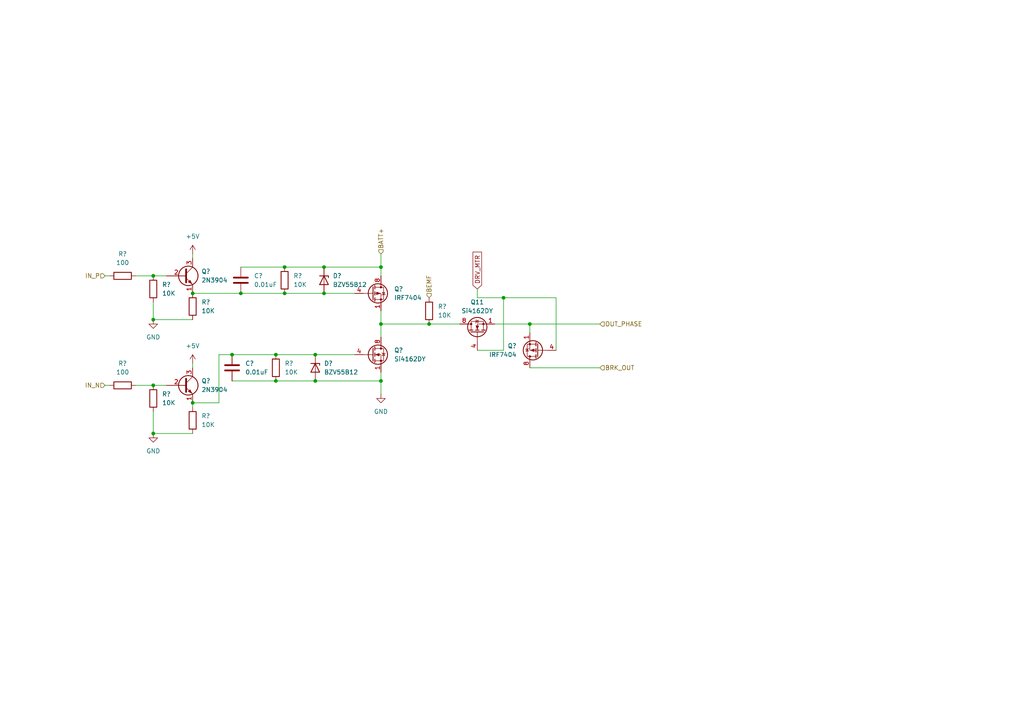
<source format=kicad_sch>
(kicad_sch (version 20211123) (generator eeschema)

  (uuid d8a644b5-935e-4359-b763-21c8fc16689d)

  (paper "A4")

  (lib_symbols
    (symbol "Device:C" (pin_numbers hide) (pin_names (offset 0.254)) (in_bom yes) (on_board yes)
      (property "Reference" "C" (id 0) (at 0.635 2.54 0)
        (effects (font (size 1.27 1.27)) (justify left))
      )
      (property "Value" "C" (id 1) (at 0.635 -2.54 0)
        (effects (font (size 1.27 1.27)) (justify left))
      )
      (property "Footprint" "" (id 2) (at 0.9652 -3.81 0)
        (effects (font (size 1.27 1.27)) hide)
      )
      (property "Datasheet" "~" (id 3) (at 0 0 0)
        (effects (font (size 1.27 1.27)) hide)
      )
      (property "ki_keywords" "cap capacitor" (id 4) (at 0 0 0)
        (effects (font (size 1.27 1.27)) hide)
      )
      (property "ki_description" "Unpolarized capacitor" (id 5) (at 0 0 0)
        (effects (font (size 1.27 1.27)) hide)
      )
      (property "ki_fp_filters" "C_*" (id 6) (at 0 0 0)
        (effects (font (size 1.27 1.27)) hide)
      )
      (symbol "C_0_1"
        (polyline
          (pts
            (xy -2.032 -0.762)
            (xy 2.032 -0.762)
          )
          (stroke (width 0.508) (type default) (color 0 0 0 0))
          (fill (type none))
        )
        (polyline
          (pts
            (xy -2.032 0.762)
            (xy 2.032 0.762)
          )
          (stroke (width 0.508) (type default) (color 0 0 0 0))
          (fill (type none))
        )
      )
      (symbol "C_1_1"
        (pin passive line (at 0 3.81 270) (length 2.794)
          (name "~" (effects (font (size 1.27 1.27))))
          (number "1" (effects (font (size 1.27 1.27))))
        )
        (pin passive line (at 0 -3.81 90) (length 2.794)
          (name "~" (effects (font (size 1.27 1.27))))
          (number "2" (effects (font (size 1.27 1.27))))
        )
      )
    )
    (symbol "Device:R" (pin_numbers hide) (pin_names (offset 0)) (in_bom yes) (on_board yes)
      (property "Reference" "R" (id 0) (at 2.032 0 90)
        (effects (font (size 1.27 1.27)))
      )
      (property "Value" "R" (id 1) (at 0 0 90)
        (effects (font (size 1.27 1.27)))
      )
      (property "Footprint" "" (id 2) (at -1.778 0 90)
        (effects (font (size 1.27 1.27)) hide)
      )
      (property "Datasheet" "~" (id 3) (at 0 0 0)
        (effects (font (size 1.27 1.27)) hide)
      )
      (property "ki_keywords" "R res resistor" (id 4) (at 0 0 0)
        (effects (font (size 1.27 1.27)) hide)
      )
      (property "ki_description" "Resistor" (id 5) (at 0 0 0)
        (effects (font (size 1.27 1.27)) hide)
      )
      (property "ki_fp_filters" "R_*" (id 6) (at 0 0 0)
        (effects (font (size 1.27 1.27)) hide)
      )
      (symbol "R_0_1"
        (rectangle (start -1.016 -2.54) (end 1.016 2.54)
          (stroke (width 0.254) (type default) (color 0 0 0 0))
          (fill (type none))
        )
      )
      (symbol "R_1_1"
        (pin passive line (at 0 3.81 270) (length 1.27)
          (name "~" (effects (font (size 1.27 1.27))))
          (number "1" (effects (font (size 1.27 1.27))))
        )
        (pin passive line (at 0 -3.81 90) (length 1.27)
          (name "~" (effects (font (size 1.27 1.27))))
          (number "2" (effects (font (size 1.27 1.27))))
        )
      )
    )
    (symbol "Diode:BZV55B12" (pin_numbers hide) (pin_names (offset 1.016) hide) (in_bom yes) (on_board yes)
      (property "Reference" "D" (id 0) (at 0 2.54 0)
        (effects (font (size 1.27 1.27)))
      )
      (property "Value" "BZV55B12" (id 1) (at 0 -2.54 0)
        (effects (font (size 1.27 1.27)))
      )
      (property "Footprint" "Diode_SMD:D_MiniMELF" (id 2) (at 0 -4.445 0)
        (effects (font (size 1.27 1.27)) hide)
      )
      (property "Datasheet" "https://assets.nexperia.com/documents/data-sheet/BZV55_SER.pdf" (id 3) (at 0 0 0)
        (effects (font (size 1.27 1.27)) hide)
      )
      (property "ki_keywords" "zener diode" (id 4) (at 0 0 0)
        (effects (font (size 1.27 1.27)) hide)
      )
      (property "ki_description" "12V, 500mW, 2%, Zener diode, MiniMELF" (id 5) (at 0 0 0)
        (effects (font (size 1.27 1.27)) hide)
      )
      (property "ki_fp_filters" "D*MiniMELF*" (id 6) (at 0 0 0)
        (effects (font (size 1.27 1.27)) hide)
      )
      (symbol "BZV55B12_0_1"
        (polyline
          (pts
            (xy 1.27 0)
            (xy -1.27 0)
          )
          (stroke (width 0) (type default) (color 0 0 0 0))
          (fill (type none))
        )
        (polyline
          (pts
            (xy -1.27 -1.27)
            (xy -1.27 1.27)
            (xy -0.762 1.27)
          )
          (stroke (width 0.254) (type default) (color 0 0 0 0))
          (fill (type none))
        )
        (polyline
          (pts
            (xy 1.27 -1.27)
            (xy 1.27 1.27)
            (xy -1.27 0)
            (xy 1.27 -1.27)
          )
          (stroke (width 0.254) (type default) (color 0 0 0 0))
          (fill (type none))
        )
      )
      (symbol "BZV55B12_1_1"
        (pin passive line (at -3.81 0 0) (length 2.54)
          (name "K" (effects (font (size 1.27 1.27))))
          (number "1" (effects (font (size 1.27 1.27))))
        )
        (pin passive line (at 3.81 0 180) (length 2.54)
          (name "A" (effects (font (size 1.27 1.27))))
          (number "2" (effects (font (size 1.27 1.27))))
        )
      )
    )
    (symbol "Transistor_BJT:2N3904" (pin_names (offset 0) hide) (in_bom yes) (on_board yes)
      (property "Reference" "Q" (id 0) (at 5.08 1.905 0)
        (effects (font (size 1.27 1.27)) (justify left))
      )
      (property "Value" "2N3904" (id 1) (at 5.08 0 0)
        (effects (font (size 1.27 1.27)) (justify left))
      )
      (property "Footprint" "Package_TO_SOT_THT:TO-92_Inline" (id 2) (at 5.08 -1.905 0)
        (effects (font (size 1.27 1.27) italic) (justify left) hide)
      )
      (property "Datasheet" "https://www.onsemi.com/pub/Collateral/2N3903-D.PDF" (id 3) (at 0 0 0)
        (effects (font (size 1.27 1.27)) (justify left) hide)
      )
      (property "ki_keywords" "NPN Transistor" (id 4) (at 0 0 0)
        (effects (font (size 1.27 1.27)) hide)
      )
      (property "ki_description" "0.2A Ic, 40V Vce, Small Signal NPN Transistor, TO-92" (id 5) (at 0 0 0)
        (effects (font (size 1.27 1.27)) hide)
      )
      (property "ki_fp_filters" "TO?92*" (id 6) (at 0 0 0)
        (effects (font (size 1.27 1.27)) hide)
      )
      (symbol "2N3904_0_1"
        (polyline
          (pts
            (xy 0.635 0.635)
            (xy 2.54 2.54)
          )
          (stroke (width 0) (type default) (color 0 0 0 0))
          (fill (type none))
        )
        (polyline
          (pts
            (xy 0.635 -0.635)
            (xy 2.54 -2.54)
            (xy 2.54 -2.54)
          )
          (stroke (width 0) (type default) (color 0 0 0 0))
          (fill (type none))
        )
        (polyline
          (pts
            (xy 0.635 1.905)
            (xy 0.635 -1.905)
            (xy 0.635 -1.905)
          )
          (stroke (width 0.508) (type default) (color 0 0 0 0))
          (fill (type none))
        )
        (polyline
          (pts
            (xy 1.27 -1.778)
            (xy 1.778 -1.27)
            (xy 2.286 -2.286)
            (xy 1.27 -1.778)
            (xy 1.27 -1.778)
          )
          (stroke (width 0) (type default) (color 0 0 0 0))
          (fill (type outline))
        )
        (circle (center 1.27 0) (radius 2.8194)
          (stroke (width 0.254) (type default) (color 0 0 0 0))
          (fill (type none))
        )
      )
      (symbol "2N3904_1_1"
        (pin passive line (at 2.54 -5.08 90) (length 2.54)
          (name "E" (effects (font (size 1.27 1.27))))
          (number "1" (effects (font (size 1.27 1.27))))
        )
        (pin passive line (at -5.08 0 0) (length 5.715)
          (name "B" (effects (font (size 1.27 1.27))))
          (number "2" (effects (font (size 1.27 1.27))))
        )
        (pin passive line (at 2.54 5.08 270) (length 2.54)
          (name "C" (effects (font (size 1.27 1.27))))
          (number "3" (effects (font (size 1.27 1.27))))
        )
      )
    )
    (symbol "Transistor_FET:IRF7404" (pin_names hide) (in_bom yes) (on_board yes)
      (property "Reference" "Q" (id 0) (at 5.08 1.905 0)
        (effects (font (size 1.27 1.27)) (justify left))
      )
      (property "Value" "IRF7404" (id 1) (at 5.08 0 0)
        (effects (font (size 1.27 1.27)) (justify left))
      )
      (property "Footprint" "Package_SO:SOIC-8_3.9x4.9mm_P1.27mm" (id 2) (at 5.08 -1.905 0)
        (effects (font (size 1.27 1.27) italic) (justify left) hide)
      )
      (property "Datasheet" "http://www.infineon.com/dgdl/irf7404.pdf?fileId=5546d462533600a4015355fa2b5b1b9e" (id 3) (at 0 0 90)
        (effects (font (size 1.27 1.27)) (justify left) hide)
      )
      (property "ki_keywords" "P-Channel MOSFET" (id 4) (at 0 0 0)
        (effects (font (size 1.27 1.27)) hide)
      )
      (property "ki_description" "-6.7A Id, -20V Vds, P-Channel HEXFET Power MOSFET, SO-8" (id 5) (at 0 0 0)
        (effects (font (size 1.27 1.27)) hide)
      )
      (property "ki_fp_filters" "SOIC*3.9x4.9mm*P1.27mm*" (id 6) (at 0 0 0)
        (effects (font (size 1.27 1.27)) hide)
      )
      (symbol "IRF7404_0_1"
        (polyline
          (pts
            (xy 0.254 0)
            (xy -2.54 0)
          )
          (stroke (width 0) (type default) (color 0 0 0 0))
          (fill (type none))
        )
        (polyline
          (pts
            (xy 0.254 1.905)
            (xy 0.254 -1.905)
          )
          (stroke (width 0.254) (type default) (color 0 0 0 0))
          (fill (type none))
        )
        (polyline
          (pts
            (xy 0.762 -1.27)
            (xy 0.762 -2.286)
          )
          (stroke (width 0.254) (type default) (color 0 0 0 0))
          (fill (type none))
        )
        (polyline
          (pts
            (xy 0.762 0.508)
            (xy 0.762 -0.508)
          )
          (stroke (width 0.254) (type default) (color 0 0 0 0))
          (fill (type none))
        )
        (polyline
          (pts
            (xy 0.762 2.286)
            (xy 0.762 1.27)
          )
          (stroke (width 0.254) (type default) (color 0 0 0 0))
          (fill (type none))
        )
        (polyline
          (pts
            (xy 2.54 2.54)
            (xy 2.54 1.778)
          )
          (stroke (width 0) (type default) (color 0 0 0 0))
          (fill (type none))
        )
        (polyline
          (pts
            (xy 2.54 -2.54)
            (xy 2.54 0)
            (xy 0.762 0)
          )
          (stroke (width 0) (type default) (color 0 0 0 0))
          (fill (type none))
        )
        (polyline
          (pts
            (xy 0.762 1.778)
            (xy 3.302 1.778)
            (xy 3.302 -1.778)
            (xy 0.762 -1.778)
          )
          (stroke (width 0) (type default) (color 0 0 0 0))
          (fill (type none))
        )
        (polyline
          (pts
            (xy 2.286 0)
            (xy 1.27 0.381)
            (xy 1.27 -0.381)
            (xy 2.286 0)
          )
          (stroke (width 0) (type default) (color 0 0 0 0))
          (fill (type outline))
        )
        (polyline
          (pts
            (xy 2.794 -0.508)
            (xy 2.921 -0.381)
            (xy 3.683 -0.381)
            (xy 3.81 -0.254)
          )
          (stroke (width 0) (type default) (color 0 0 0 0))
          (fill (type none))
        )
        (polyline
          (pts
            (xy 3.302 -0.381)
            (xy 2.921 0.254)
            (xy 3.683 0.254)
            (xy 3.302 -0.381)
          )
          (stroke (width 0) (type default) (color 0 0 0 0))
          (fill (type none))
        )
        (circle (center 1.651 0) (radius 2.794)
          (stroke (width 0.254) (type default) (color 0 0 0 0))
          (fill (type none))
        )
        (circle (center 2.54 -1.778) (radius 0.254)
          (stroke (width 0) (type default) (color 0 0 0 0))
          (fill (type outline))
        )
        (circle (center 2.54 1.778) (radius 0.254)
          (stroke (width 0) (type default) (color 0 0 0 0))
          (fill (type outline))
        )
      )
      (symbol "IRF7404_1_1"
        (pin passive line (at 2.54 -5.08 90) (length 2.54)
          (name "S" (effects (font (size 1.27 1.27))))
          (number "1" (effects (font (size 1.27 1.27))))
        )
        (pin passive line (at 2.54 -5.08 90) (length 2.54) hide
          (name "S" (effects (font (size 1.27 1.27))))
          (number "2" (effects (font (size 1.27 1.27))))
        )
        (pin passive line (at 2.54 -5.08 90) (length 2.54) hide
          (name "S" (effects (font (size 1.27 1.27))))
          (number "3" (effects (font (size 1.27 1.27))))
        )
        (pin passive line (at -5.08 0 0) (length 2.54)
          (name "G" (effects (font (size 1.27 1.27))))
          (number "4" (effects (font (size 1.27 1.27))))
        )
        (pin passive line (at 2.54 5.08 270) (length 2.54) hide
          (name "D" (effects (font (size 1.27 1.27))))
          (number "5" (effects (font (size 1.27 1.27))))
        )
        (pin passive line (at 2.54 5.08 270) (length 2.54) hide
          (name "D" (effects (font (size 1.27 1.27))))
          (number "6" (effects (font (size 1.27 1.27))))
        )
        (pin passive line (at 2.54 5.08 270) (length 2.54) hide
          (name "D" (effects (font (size 1.27 1.27))))
          (number "7" (effects (font (size 1.27 1.27))))
        )
        (pin passive line (at 2.54 5.08 270) (length 2.54)
          (name "D" (effects (font (size 1.27 1.27))))
          (number "8" (effects (font (size 1.27 1.27))))
        )
      )
    )
    (symbol "Transistor_FET:Si4162DY" (pin_names hide) (in_bom yes) (on_board yes)
      (property "Reference" "Q" (id 0) (at 5.08 2.54 0)
        (effects (font (size 1.27 1.27)) (justify left))
      )
      (property "Value" "Si4162DY" (id 1) (at 5.08 0 0)
        (effects (font (size 1.27 1.27)) (justify left))
      )
      (property "Footprint" "Package_SO:SOIC-8_3.9x4.9mm_P1.27mm" (id 2) (at 5.08 -2.54 0)
        (effects (font (size 1.27 1.27)) (justify left) hide)
      )
      (property "Datasheet" "http://www.vishay.com/docs/68967/si4162dy.pdf" (id 3) (at 0 0 0)
        (effects (font (size 1.27 1.27)) (justify left) hide)
      )
      (property "ki_keywords" "N-Channel MOSFET" (id 4) (at 0 0 0)
        (effects (font (size 1.27 1.27)) hide)
      )
      (property "ki_description" "19.3A Id, 30V Vds, TrenchFET N-Channel Power MOSFET, SO-8" (id 5) (at 0 0 0)
        (effects (font (size 1.27 1.27)) hide)
      )
      (property "ki_fp_filters" "SOIC*3.9x4.9mm*P1.27mm*" (id 6) (at 0 0 0)
        (effects (font (size 1.27 1.27)) hide)
      )
      (symbol "Si4162DY_0_1"
        (polyline
          (pts
            (xy 0.254 0)
            (xy -2.54 0)
          )
          (stroke (width 0) (type default) (color 0 0 0 0))
          (fill (type none))
        )
        (polyline
          (pts
            (xy 0.254 1.905)
            (xy 0.254 -1.905)
          )
          (stroke (width 0.254) (type default) (color 0 0 0 0))
          (fill (type none))
        )
        (polyline
          (pts
            (xy 0.762 -1.27)
            (xy 0.762 -2.286)
          )
          (stroke (width 0.254) (type default) (color 0 0 0 0))
          (fill (type none))
        )
        (polyline
          (pts
            (xy 0.762 0.508)
            (xy 0.762 -0.508)
          )
          (stroke (width 0.254) (type default) (color 0 0 0 0))
          (fill (type none))
        )
        (polyline
          (pts
            (xy 0.762 2.286)
            (xy 0.762 1.27)
          )
          (stroke (width 0.254) (type default) (color 0 0 0 0))
          (fill (type none))
        )
        (polyline
          (pts
            (xy 2.54 2.54)
            (xy 2.54 1.778)
          )
          (stroke (width 0) (type default) (color 0 0 0 0))
          (fill (type none))
        )
        (polyline
          (pts
            (xy 2.54 -2.54)
            (xy 2.54 0)
            (xy 0.762 0)
          )
          (stroke (width 0) (type default) (color 0 0 0 0))
          (fill (type none))
        )
        (polyline
          (pts
            (xy 0.762 -1.778)
            (xy 3.302 -1.778)
            (xy 3.302 1.778)
            (xy 0.762 1.778)
          )
          (stroke (width 0) (type default) (color 0 0 0 0))
          (fill (type none))
        )
        (polyline
          (pts
            (xy 1.016 0)
            (xy 2.032 0.381)
            (xy 2.032 -0.381)
            (xy 1.016 0)
          )
          (stroke (width 0) (type default) (color 0 0 0 0))
          (fill (type outline))
        )
        (polyline
          (pts
            (xy 2.794 0.508)
            (xy 2.921 0.381)
            (xy 3.683 0.381)
            (xy 3.81 0.254)
          )
          (stroke (width 0) (type default) (color 0 0 0 0))
          (fill (type none))
        )
        (polyline
          (pts
            (xy 3.302 0.381)
            (xy 2.921 -0.254)
            (xy 3.683 -0.254)
            (xy 3.302 0.381)
          )
          (stroke (width 0) (type default) (color 0 0 0 0))
          (fill (type none))
        )
        (circle (center 1.651 0) (radius 2.794)
          (stroke (width 0.254) (type default) (color 0 0 0 0))
          (fill (type none))
        )
        (circle (center 2.54 -1.778) (radius 0.254)
          (stroke (width 0) (type default) (color 0 0 0 0))
          (fill (type outline))
        )
        (circle (center 2.54 1.778) (radius 0.254)
          (stroke (width 0) (type default) (color 0 0 0 0))
          (fill (type outline))
        )
      )
      (symbol "Si4162DY_1_1"
        (pin passive line (at 2.54 -5.08 90) (length 2.54)
          (name "S" (effects (font (size 1.27 1.27))))
          (number "1" (effects (font (size 1.27 1.27))))
        )
        (pin passive line (at 2.54 -5.08 90) (length 2.54) hide
          (name "S" (effects (font (size 1.27 1.27))))
          (number "2" (effects (font (size 1.27 1.27))))
        )
        (pin passive line (at 2.54 -5.08 90) (length 2.54) hide
          (name "S" (effects (font (size 1.27 1.27))))
          (number "3" (effects (font (size 1.27 1.27))))
        )
        (pin input line (at -5.08 0 0) (length 2.54)
          (name "G" (effects (font (size 1.27 1.27))))
          (number "4" (effects (font (size 1.27 1.27))))
        )
        (pin passive line (at 2.54 5.08 270) (length 2.54) hide
          (name "D" (effects (font (size 1.27 1.27))))
          (number "5" (effects (font (size 1.27 1.27))))
        )
        (pin passive line (at 2.54 5.08 270) (length 2.54) hide
          (name "D" (effects (font (size 1.27 1.27))))
          (number "6" (effects (font (size 1.27 1.27))))
        )
        (pin passive line (at 2.54 5.08 270) (length 2.54) hide
          (name "D" (effects (font (size 1.27 1.27))))
          (number "7" (effects (font (size 1.27 1.27))))
        )
        (pin passive line (at 2.54 5.08 270) (length 2.54)
          (name "D" (effects (font (size 1.27 1.27))))
          (number "8" (effects (font (size 1.27 1.27))))
        )
      )
    )
    (symbol "power:+5V" (power) (pin_names (offset 0)) (in_bom yes) (on_board yes)
      (property "Reference" "#PWR" (id 0) (at 0 -3.81 0)
        (effects (font (size 1.27 1.27)) hide)
      )
      (property "Value" "+5V" (id 1) (at 0 3.556 0)
        (effects (font (size 1.27 1.27)))
      )
      (property "Footprint" "" (id 2) (at 0 0 0)
        (effects (font (size 1.27 1.27)) hide)
      )
      (property "Datasheet" "" (id 3) (at 0 0 0)
        (effects (font (size 1.27 1.27)) hide)
      )
      (property "ki_keywords" "power-flag" (id 4) (at 0 0 0)
        (effects (font (size 1.27 1.27)) hide)
      )
      (property "ki_description" "Power symbol creates a global label with name \"+5V\"" (id 5) (at 0 0 0)
        (effects (font (size 1.27 1.27)) hide)
      )
      (symbol "+5V_0_1"
        (polyline
          (pts
            (xy -0.762 1.27)
            (xy 0 2.54)
          )
          (stroke (width 0) (type default) (color 0 0 0 0))
          (fill (type none))
        )
        (polyline
          (pts
            (xy 0 0)
            (xy 0 2.54)
          )
          (stroke (width 0) (type default) (color 0 0 0 0))
          (fill (type none))
        )
        (polyline
          (pts
            (xy 0 2.54)
            (xy 0.762 1.27)
          )
          (stroke (width 0) (type default) (color 0 0 0 0))
          (fill (type none))
        )
      )
      (symbol "+5V_1_1"
        (pin power_in line (at 0 0 90) (length 0) hide
          (name "+5V" (effects (font (size 1.27 1.27))))
          (number "1" (effects (font (size 1.27 1.27))))
        )
      )
    )
    (symbol "power:GND" (power) (pin_names (offset 0)) (in_bom yes) (on_board yes)
      (property "Reference" "#PWR" (id 0) (at 0 -6.35 0)
        (effects (font (size 1.27 1.27)) hide)
      )
      (property "Value" "GND" (id 1) (at 0 -3.81 0)
        (effects (font (size 1.27 1.27)))
      )
      (property "Footprint" "" (id 2) (at 0 0 0)
        (effects (font (size 1.27 1.27)) hide)
      )
      (property "Datasheet" "" (id 3) (at 0 0 0)
        (effects (font (size 1.27 1.27)) hide)
      )
      (property "ki_keywords" "power-flag" (id 4) (at 0 0 0)
        (effects (font (size 1.27 1.27)) hide)
      )
      (property "ki_description" "Power symbol creates a global label with name \"GND\" , ground" (id 5) (at 0 0 0)
        (effects (font (size 1.27 1.27)) hide)
      )
      (symbol "GND_0_1"
        (polyline
          (pts
            (xy 0 0)
            (xy 0 -1.27)
            (xy 1.27 -1.27)
            (xy 0 -2.54)
            (xy -1.27 -1.27)
            (xy 0 -1.27)
          )
          (stroke (width 0) (type default) (color 0 0 0 0))
          (fill (type none))
        )
      )
      (symbol "GND_1_1"
        (pin power_in line (at 0 0 270) (length 0) hide
          (name "GND" (effects (font (size 1.27 1.27))))
          (number "1" (effects (font (size 1.27 1.27))))
        )
      )
    )
  )

  (junction (at 124.46 93.98) (diameter 0) (color 0 0 0 0)
    (uuid 00c1858d-40c1-4a0a-b80c-6139bad150a3)
  )
  (junction (at 55.88 85.09) (diameter 0) (color 0 0 0 0)
    (uuid 1282d838-3ab6-4936-9cde-7fecc05cb21a)
  )
  (junction (at 91.44 102.87) (diameter 0) (color 0 0 0 0)
    (uuid 254526db-25fc-4731-be1e-71f17916f5c5)
  )
  (junction (at 91.44 110.49) (diameter 0) (color 0 0 0 0)
    (uuid 3e1e6ff6-000b-435b-9f00-13f7a897e7cc)
  )
  (junction (at 69.85 85.09) (diameter 0) (color 0 0 0 0)
    (uuid 5355d480-cb35-43d3-b85f-53d97c3e8f40)
  )
  (junction (at 67.31 102.87) (diameter 0) (color 0 0 0 0)
    (uuid 642a341a-8d1e-42cf-9e96-3fb1a36484ac)
  )
  (junction (at 153.67 93.98) (diameter 0) (color 0 0 0 0)
    (uuid 6cd5eef6-a94b-4ea5-bc57-ed07ac0c35b7)
  )
  (junction (at 93.98 85.09) (diameter 0) (color 0 0 0 0)
    (uuid 6e865588-a65a-410f-b88b-b440369f1ad8)
  )
  (junction (at 80.01 110.49) (diameter 0) (color 0 0 0 0)
    (uuid 7ef20c79-90e0-4123-9537-05114097945d)
  )
  (junction (at 110.49 93.98) (diameter 0) (color 0 0 0 0)
    (uuid 81e883f4-2d4c-4c28-a4e0-4d160c6a5e09)
  )
  (junction (at 80.01 102.87) (diameter 0) (color 0 0 0 0)
    (uuid 81f68277-d1f9-429b-8357-b6f597244c9c)
  )
  (junction (at 55.88 116.84) (diameter 0) (color 0 0 0 0)
    (uuid 83ad6d0f-4b5c-40ef-96a6-d06078bcfa58)
  )
  (junction (at 44.45 125.73) (diameter 0) (color 0 0 0 0)
    (uuid 899e728e-9abf-4ae7-8814-946115a07850)
  )
  (junction (at 82.55 77.47) (diameter 0) (color 0 0 0 0)
    (uuid 9e0d282b-38fb-4444-af18-fd7c9cdee175)
  )
  (junction (at 146.05 86.36) (diameter 0) (color 0 0 0 0)
    (uuid 9f6445e6-9899-49c0-b428-91e140e3ac02)
  )
  (junction (at 93.98 77.47) (diameter 0) (color 0 0 0 0)
    (uuid a7539522-a491-46a9-8a54-9a492c53bc7d)
  )
  (junction (at 110.49 77.47) (diameter 0) (color 0 0 0 0)
    (uuid d3533b64-fb41-4f87-9e5a-0b468aac68f5)
  )
  (junction (at 44.45 80.01) (diameter 0) (color 0 0 0 0)
    (uuid d7a79bc6-421a-42d8-892f-d45f994c34d6)
  )
  (junction (at 82.55 85.09) (diameter 0) (color 0 0 0 0)
    (uuid e0125548-48e1-4f69-b03d-9b74b7f2f347)
  )
  (junction (at 44.45 92.71) (diameter 0) (color 0 0 0 0)
    (uuid f2fc9280-8312-4b9c-90c3-1aebdb6e6810)
  )
  (junction (at 110.49 110.49) (diameter 0) (color 0 0 0 0)
    (uuid f705fc4d-38d1-4393-8ad8-8fcd9c9f48a0)
  )
  (junction (at 44.45 111.76) (diameter 0) (color 0 0 0 0)
    (uuid fe602b9b-2c34-4fd9-9e85-2606e75ebd3d)
  )

  (wire (pts (xy 82.55 85.09) (xy 93.98 85.09))
    (stroke (width 0) (type default) (color 0 0 0 0))
    (uuid 014ed10d-47e5-47a0-bed3-5a051a426a22)
  )
  (wire (pts (xy 161.29 101.6) (xy 161.29 86.36))
    (stroke (width 0) (type default) (color 0 0 0 0))
    (uuid 07811f04-589b-4d0d-abdf-6f765d9a9aed)
  )
  (wire (pts (xy 55.88 73.66) (xy 55.88 74.93))
    (stroke (width 0) (type default) (color 0 0 0 0))
    (uuid 07cc371a-da52-494e-81c2-e0c8ea20390c)
  )
  (wire (pts (xy 91.44 102.87) (xy 102.87 102.87))
    (stroke (width 0) (type default) (color 0 0 0 0))
    (uuid 08a95a24-44a1-4333-8e10-643219506f16)
  )
  (wire (pts (xy 69.85 77.47) (xy 82.55 77.47))
    (stroke (width 0) (type default) (color 0 0 0 0))
    (uuid 099f35f6-6b4d-449c-8b02-68309c10935f)
  )
  (wire (pts (xy 55.88 85.09) (xy 69.85 85.09))
    (stroke (width 0) (type default) (color 0 0 0 0))
    (uuid 0d36bc22-9af2-4964-ab81-0226abd299f7)
  )
  (wire (pts (xy 138.43 101.6) (xy 146.05 101.6))
    (stroke (width 0) (type default) (color 0 0 0 0))
    (uuid 1383e8c4-bd8e-4752-b693-1dac331f4cb0)
  )
  (wire (pts (xy 67.31 102.87) (xy 80.01 102.87))
    (stroke (width 0) (type default) (color 0 0 0 0))
    (uuid 17ad0fd5-c091-45a4-b2f3-15b1b79b8bd8)
  )
  (wire (pts (xy 91.44 110.49) (xy 110.49 110.49))
    (stroke (width 0) (type default) (color 0 0 0 0))
    (uuid 19f0c674-ccd6-4bf8-b519-b4c080a76208)
  )
  (wire (pts (xy 110.49 93.98) (xy 124.46 93.98))
    (stroke (width 0) (type default) (color 0 0 0 0))
    (uuid 1ae537c0-87c1-4ba1-9f40-9a19dbefe90a)
  )
  (wire (pts (xy 44.45 125.73) (xy 55.88 125.73))
    (stroke (width 0) (type default) (color 0 0 0 0))
    (uuid 1d94be50-5e52-4007-a4be-540993b5907d)
  )
  (wire (pts (xy 44.45 92.71) (xy 55.88 92.71))
    (stroke (width 0) (type default) (color 0 0 0 0))
    (uuid 22208685-987f-48e9-ba92-7a01a25be7b0)
  )
  (wire (pts (xy 146.05 101.6) (xy 146.05 86.36))
    (stroke (width 0) (type default) (color 0 0 0 0))
    (uuid 24f7e543-0a4d-4bd9-83c3-31e964ac51f4)
  )
  (wire (pts (xy 173.99 106.68) (xy 153.67 106.68))
    (stroke (width 0) (type default) (color 0 0 0 0))
    (uuid 2dffe8c0-99bb-4984-ac07-d29914ddb709)
  )
  (wire (pts (xy 55.88 116.84) (xy 63.5 116.84))
    (stroke (width 0) (type default) (color 0 0 0 0))
    (uuid 31a9f406-b1a6-4482-a235-82b6369a6b47)
  )
  (wire (pts (xy 80.01 110.49) (xy 91.44 110.49))
    (stroke (width 0) (type default) (color 0 0 0 0))
    (uuid 31e1bd35-165a-496e-9e35-cfa8a58aeb10)
  )
  (wire (pts (xy 82.55 77.47) (xy 93.98 77.47))
    (stroke (width 0) (type default) (color 0 0 0 0))
    (uuid 3959c31e-4ed8-47ff-a078-e652503d96aa)
  )
  (wire (pts (xy 110.49 90.17) (xy 110.49 93.98))
    (stroke (width 0) (type default) (color 0 0 0 0))
    (uuid 3ee25932-95ad-42ad-9958-c032c9af56e3)
  )
  (wire (pts (xy 138.43 86.36) (xy 146.05 86.36))
    (stroke (width 0) (type default) (color 0 0 0 0))
    (uuid 4009cbe4-2cfa-4ba3-9d6a-f7397e72474e)
  )
  (wire (pts (xy 146.05 86.36) (xy 161.29 86.36))
    (stroke (width 0) (type default) (color 0 0 0 0))
    (uuid 488e0ca6-88e2-4bbd-bfeb-f8d2d9e72326)
  )
  (wire (pts (xy 110.49 93.98) (xy 110.49 97.79))
    (stroke (width 0) (type default) (color 0 0 0 0))
    (uuid 5a7ddeed-3580-4cf4-8fd3-e829178817df)
  )
  (wire (pts (xy 30.48 111.76) (xy 31.75 111.76))
    (stroke (width 0) (type default) (color 0 0 0 0))
    (uuid 64b6388c-5427-4618-afba-b8ece419e316)
  )
  (wire (pts (xy 80.01 102.87) (xy 91.44 102.87))
    (stroke (width 0) (type default) (color 0 0 0 0))
    (uuid 6d4d3c10-55df-4b1d-8731-bff3e85a62f8)
  )
  (wire (pts (xy 69.85 85.09) (xy 82.55 85.09))
    (stroke (width 0) (type default) (color 0 0 0 0))
    (uuid 6f8b51aa-c9aa-49d1-9088-488205fcbda1)
  )
  (wire (pts (xy 55.88 118.11) (xy 55.88 116.84))
    (stroke (width 0) (type default) (color 0 0 0 0))
    (uuid 80e4f7d1-5c99-44e8-aed1-6a51bb13ae47)
  )
  (wire (pts (xy 39.37 111.76) (xy 44.45 111.76))
    (stroke (width 0) (type default) (color 0 0 0 0))
    (uuid 82c4ef39-0c5b-48cb-b35f-f2b3b9023a61)
  )
  (wire (pts (xy 44.45 87.63) (xy 44.45 92.71))
    (stroke (width 0) (type default) (color 0 0 0 0))
    (uuid 8bc0c4c3-f930-4b80-a711-d64a5e3d5cd4)
  )
  (wire (pts (xy 55.88 105.41) (xy 55.88 106.68))
    (stroke (width 0) (type default) (color 0 0 0 0))
    (uuid 8cf9e915-4757-4c0b-a601-8302de724910)
  )
  (wire (pts (xy 110.49 73.66) (xy 110.49 77.47))
    (stroke (width 0) (type default) (color 0 0 0 0))
    (uuid 98ca5169-231d-4f6e-bb1a-cdb364a5a08d)
  )
  (wire (pts (xy 44.45 111.76) (xy 48.26 111.76))
    (stroke (width 0) (type default) (color 0 0 0 0))
    (uuid 99d2cc65-a9b5-484c-8c6f-a74d066d5103)
  )
  (wire (pts (xy 93.98 77.47) (xy 110.49 77.47))
    (stroke (width 0) (type default) (color 0 0 0 0))
    (uuid a132625e-06bb-46ce-a7cb-79e6bee20f78)
  )
  (wire (pts (xy 63.5 116.84) (xy 63.5 102.87))
    (stroke (width 0) (type default) (color 0 0 0 0))
    (uuid a5d3d567-a194-493b-91fe-1c932c60853f)
  )
  (wire (pts (xy 67.31 102.87) (xy 63.5 102.87))
    (stroke (width 0) (type default) (color 0 0 0 0))
    (uuid ac059de1-731f-4eef-8982-45d29a611a63)
  )
  (wire (pts (xy 110.49 110.49) (xy 110.49 107.95))
    (stroke (width 0) (type default) (color 0 0 0 0))
    (uuid ae1482d4-9117-45e2-bc26-0ce1e530d733)
  )
  (wire (pts (xy 153.67 93.98) (xy 153.67 96.52))
    (stroke (width 0) (type default) (color 0 0 0 0))
    (uuid b5f01b87-275e-4b1c-92c1-fbe23a8e0755)
  )
  (wire (pts (xy 124.46 93.98) (xy 133.35 93.98))
    (stroke (width 0) (type default) (color 0 0 0 0))
    (uuid b9890ce2-de52-430e-938c-895f6f5da64e)
  )
  (wire (pts (xy 44.45 80.01) (xy 48.26 80.01))
    (stroke (width 0) (type default) (color 0 0 0 0))
    (uuid b9be3909-0f30-435c-b7d7-d1a834d6cf4e)
  )
  (wire (pts (xy 153.67 93.98) (xy 173.99 93.98))
    (stroke (width 0) (type default) (color 0 0 0 0))
    (uuid ba39d6b3-0497-4ffb-930d-c52f7e2a018a)
  )
  (wire (pts (xy 93.98 85.09) (xy 102.87 85.09))
    (stroke (width 0) (type default) (color 0 0 0 0))
    (uuid c5b40851-2a12-43f8-a895-78bdc4eb9320)
  )
  (wire (pts (xy 30.48 80.01) (xy 31.75 80.01))
    (stroke (width 0) (type default) (color 0 0 0 0))
    (uuid c7f83622-d138-4711-a3a0-24a4f4d8a132)
  )
  (wire (pts (xy 44.45 119.38) (xy 44.45 125.73))
    (stroke (width 0) (type default) (color 0 0 0 0))
    (uuid cb90ecae-e9ec-4d21-878a-82d81f2b77b4)
  )
  (wire (pts (xy 67.31 110.49) (xy 80.01 110.49))
    (stroke (width 0) (type default) (color 0 0 0 0))
    (uuid d8210e35-35b0-4ed4-a79a-ce525e24bb04)
  )
  (wire (pts (xy 110.49 77.47) (xy 110.49 80.01))
    (stroke (width 0) (type default) (color 0 0 0 0))
    (uuid dabbe670-2cdf-4765-b81b-e4f135b297a7)
  )
  (wire (pts (xy 110.49 114.3) (xy 110.49 110.49))
    (stroke (width 0) (type default) (color 0 0 0 0))
    (uuid e0e2f6ef-bebb-4a8c-985b-56bd183b0228)
  )
  (wire (pts (xy 143.51 93.98) (xy 153.67 93.98))
    (stroke (width 0) (type default) (color 0 0 0 0))
    (uuid e8ec03d5-ac27-47af-8fc6-05040833200c)
  )
  (wire (pts (xy 138.43 83.82) (xy 138.43 86.36))
    (stroke (width 0) (type default) (color 0 0 0 0))
    (uuid ea194ace-9177-4bda-b592-60ad570ee81d)
  )
  (wire (pts (xy 39.37 80.01) (xy 44.45 80.01))
    (stroke (width 0) (type default) (color 0 0 0 0))
    (uuid f66445a3-dc52-405e-883b-923ec876e758)
  )

  (global_label "DRV_MTR" (shape input) (at 138.43 83.82 90) (fields_autoplaced)
    (effects (font (size 1.27 1.27)) (justify left))
    (uuid bbeb4758-2d88-449c-a139-6d130c88e4f6)
    (property "Intersheet References" "${INTERSHEET_REFS}" (id 0) (at 138.3506 73.1217 90)
      (effects (font (size 1.27 1.27)) (justify left) hide)
    )
  )

  (hierarchical_label "IN_N" (shape input) (at 30.48 111.76 180)
    (effects (font (size 1.27 1.27)) (justify right))
    (uuid 076e4957-2495-4b08-898d-97eae3bf3822)
  )
  (hierarchical_label "OUT_PHASE" (shape input) (at 173.99 93.98 0)
    (effects (font (size 1.27 1.27)) (justify left))
    (uuid 5f5deb22-2c22-4a97-a159-2df2a805c9f1)
  )
  (hierarchical_label "BEMF" (shape input) (at 124.46 86.36 90)
    (effects (font (size 1.27 1.27)) (justify left))
    (uuid 683c23df-2972-4160-87d5-8d75b7997bca)
  )
  (hierarchical_label "BRK_OUT" (shape input) (at 173.99 106.68 0)
    (effects (font (size 1.27 1.27)) (justify left))
    (uuid 72e85687-fab3-4b2d-8d3f-373fea794e88)
  )
  (hierarchical_label "IN_P" (shape input) (at 30.48 80.01 180)
    (effects (font (size 1.27 1.27)) (justify right))
    (uuid 861b1818-6481-43b2-944d-acfd0efee0be)
  )
  (hierarchical_label "BATT+" (shape input) (at 110.49 73.66 90)
    (effects (font (size 1.27 1.27)) (justify left))
    (uuid de92152a-3f95-470e-8a68-519c1291418b)
  )

  (symbol (lib_id "Transistor_FET:IRF7404") (at 156.21 101.6 180) (unit 1)
    (in_bom yes) (on_board yes) (fields_autoplaced)
    (uuid 0138a190-2aff-4760-8de6-16d176acdd00)
    (property "Reference" "Q12" (id 0) (at 149.86 100.3299 0)
      (effects (font (size 1.27 1.27)) (justify left))
    )
    (property "Value" "IRF7404" (id 1) (at 149.86 102.8699 0)
      (effects (font (size 1.27 1.27)) (justify left))
    )
    (property "Footprint" "Package_SO:SOIC-8_3.9x4.9mm_P1.27mm" (id 2) (at 151.13 99.695 0)
      (effects (font (size 1.27 1.27) italic) (justify left) hide)
    )
    (property "Datasheet" "http://www.infineon.com/dgdl/irf7404.pdf?fileId=5546d462533600a4015355fa2b5b1b9e" (id 3) (at 156.21 101.6 90)
      (effects (font (size 1.27 1.27)) (justify left) hide)
    )
    (pin "1" (uuid d92a8ce8-6f59-4a44-a607-fea536b1eb64))
    (pin "2" (uuid f0f027f2-e017-4b90-872c-a926031cc601))
    (pin "3" (uuid 9cfd8687-c3b2-473f-8ec0-e32e1bd493fc))
    (pin "4" (uuid 97f9851c-9411-4101-824c-80051de19c74))
    (pin "5" (uuid 3f0a01b7-2810-46fd-893e-5abb315007ea))
    (pin "6" (uuid 6dc4ee29-9574-4038-a646-3491c933ab9f))
    (pin "7" (uuid 70f5c3d3-4adc-47ed-b946-52d46610829d))
    (pin "8" (uuid 34c89256-2e2e-45fc-8e45-e2f75ef04e9d))
  )

  (symbol (lib_id "Device:R") (at 35.56 80.01 90) (unit 1)
    (in_bom yes) (on_board yes) (fields_autoplaced)
    (uuid 0295a99f-27f3-4bad-854e-dec07a78d207)
    (property "Reference" "R1" (id 0) (at 35.56 73.66 90))
    (property "Value" "100" (id 1) (at 35.56 76.2 90))
    (property "Footprint" "Resistor_SMD:R_0805_2012Metric" (id 2) (at 35.56 81.788 90)
      (effects (font (size 1.27 1.27)) hide)
    )
    (property "Datasheet" "~" (id 3) (at 35.56 80.01 0)
      (effects (font (size 1.27 1.27)) hide)
    )
    (pin "1" (uuid 6ec26d22-a14d-46c8-94b8-f07e6de95fa0))
    (pin "2" (uuid 25165c40-f1cb-4a81-ad74-6bea9e79eda2))
  )

  (symbol (lib_id "Device:R") (at 82.55 81.28 0) (unit 1)
    (in_bom yes) (on_board yes) (fields_autoplaced)
    (uuid 02d20e2a-c6bb-4e2e-84fd-94b3c05d7d61)
    (property "Reference" "R19" (id 0) (at 85.09 80.0099 0)
      (effects (font (size 1.27 1.27)) (justify left))
    )
    (property "Value" "10K" (id 1) (at 85.09 82.5499 0)
      (effects (font (size 1.27 1.27)) (justify left))
    )
    (property "Footprint" "Resistor_SMD:R_0805_2012Metric" (id 2) (at 80.772 81.28 90)
      (effects (font (size 1.27 1.27)) hide)
    )
    (property "Datasheet" "~" (id 3) (at 82.55 81.28 0)
      (effects (font (size 1.27 1.27)) hide)
    )
    (pin "1" (uuid c4709813-d6b8-4e26-95f4-70a240211fa8))
    (pin "2" (uuid 98f61068-96b6-4801-8fa1-8513a8be2db7))
  )

  (symbol (lib_id "Device:R") (at 44.45 83.82 0) (unit 1)
    (in_bom yes) (on_board yes) (fields_autoplaced)
    (uuid 0d8b03a3-43be-48d6-b7b9-b823edb788ec)
    (property "Reference" "R4" (id 0) (at 46.99 82.5499 0)
      (effects (font (size 1.27 1.27)) (justify left))
    )
    (property "Value" "10K" (id 1) (at 46.99 85.0899 0)
      (effects (font (size 1.27 1.27)) (justify left))
    )
    (property "Footprint" "Resistor_SMD:R_0805_2012Metric" (id 2) (at 42.672 83.82 90)
      (effects (font (size 1.27 1.27)) hide)
    )
    (property "Datasheet" "~" (id 3) (at 44.45 83.82 0)
      (effects (font (size 1.27 1.27)) hide)
    )
    (pin "1" (uuid c37ebb53-e232-41cd-8ea6-a114e1fd4340))
    (pin "2" (uuid 38460917-ae0b-448f-8fc9-5e350bb771cd))
  )

  (symbol (lib_id "Device:R") (at 55.88 88.9 0) (unit 1)
    (in_bom yes) (on_board yes) (fields_autoplaced)
    (uuid 239cdde4-4f28-431b-8e37-0b09d73adea1)
    (property "Reference" "R11" (id 0) (at 58.42 87.6299 0)
      (effects (font (size 1.27 1.27)) (justify left))
    )
    (property "Value" "10K" (id 1) (at 58.42 90.1699 0)
      (effects (font (size 1.27 1.27)) (justify left))
    )
    (property "Footprint" "Resistor_SMD:R_0805_2012Metric" (id 2) (at 54.102 88.9 90)
      (effects (font (size 1.27 1.27)) hide)
    )
    (property "Datasheet" "~" (id 3) (at 55.88 88.9 0)
      (effects (font (size 1.27 1.27)) hide)
    )
    (pin "1" (uuid 4280fd48-ab79-4594-b4bb-1546eb8e65b1))
    (pin "2" (uuid fffee378-4bcd-4164-8dc1-d1fec9d52bc0))
  )

  (symbol (lib_id "Transistor_BJT:2N3904") (at 53.34 80.01 0) (unit 1)
    (in_bom yes) (on_board yes) (fields_autoplaced)
    (uuid 3e63fcaa-261d-4d3c-a5b9-9e80616e71a6)
    (property "Reference" "Q17" (id 0) (at 58.42 78.7399 0)
      (effects (font (size 1.27 1.27)) (justify left))
    )
    (property "Value" "~" (id 1) (at 58.42 81.2799 0)
      (effects (font (size 1.27 1.27)) (justify left))
    )
    (property "Footprint" "" (id 2) (at 58.42 81.915 0)
      (effects (font (size 1.27 1.27) italic) (justify left) hide)
    )
    (property "Datasheet" "https://www.onsemi.com/pub/Collateral/2N3903-D.PDF" (id 3) (at 53.34 80.01 0)
      (effects (font (size 1.27 1.27)) (justify left) hide)
    )
    (pin "1" (uuid 41456f29-a703-4d12-85d0-c21ea7c0a452))
    (pin "2" (uuid 12fc5fae-2589-481a-9c5c-1325ed3bb3b8))
    (pin "3" (uuid adcccd0e-f5ea-4c83-bd8f-8b220d307709))
  )

  (symbol (lib_id "power:GND") (at 44.45 92.71 0) (unit 1)
    (in_bom yes) (on_board yes) (fields_autoplaced)
    (uuid 3e9fac87-456c-4aeb-9d9d-24b40b9fb3d6)
    (property "Reference" "#PWR0111" (id 0) (at 44.45 99.06 0)
      (effects (font (size 1.27 1.27)) hide)
    )
    (property "Value" "~" (id 1) (at 44.45 97.79 0))
    (property "Footprint" "" (id 2) (at 44.45 92.71 0)
      (effects (font (size 1.27 1.27)) hide)
    )
    (property "Datasheet" "" (id 3) (at 44.45 92.71 0)
      (effects (font (size 1.27 1.27)) hide)
    )
    (pin "1" (uuid 100f86ab-d26d-42af-a666-adc1cbe902a1))
  )

  (symbol (lib_id "Diode:BZV55B12") (at 91.44 106.68 270) (unit 1)
    (in_bom yes) (on_board yes) (fields_autoplaced)
    (uuid 3ef8df43-9042-48b6-a422-ae57727a510a)
    (property "Reference" "D2" (id 0) (at 93.98 105.4099 90)
      (effects (font (size 1.27 1.27)) (justify left))
    )
    (property "Value" "BZV55B12" (id 1) (at 93.98 107.9499 90)
      (effects (font (size 1.27 1.27)) (justify left))
    )
    (property "Footprint" "Diode_SMD:D_MiniMELF" (id 2) (at 86.995 106.68 0)
      (effects (font (size 1.27 1.27)) hide)
    )
    (property "Datasheet" "https://assets.nexperia.com/documents/data-sheet/BZV55_SER.pdf" (id 3) (at 91.44 106.68 0)
      (effects (font (size 1.27 1.27)) hide)
    )
    (pin "1" (uuid db19bdb9-947c-4e38-88dd-c4005ba94415))
    (pin "2" (uuid 3f680b07-ab46-41f6-98d0-0822660a1aab))
  )

  (symbol (lib_id "Transistor_FET:Si4162DY") (at 138.43 96.52 90) (unit 1)
    (in_bom yes) (on_board yes)
    (uuid 43961b08-c645-4ae8-8b1e-84e65d64481f)
    (property "Reference" "Q11" (id 0) (at 138.43 87.63 90))
    (property "Value" "Si4162DY" (id 1) (at 138.43 90.17 90))
    (property "Footprint" "Package_SO:SOIC-8_3.9x4.9mm_P1.27mm" (id 2) (at 140.97 91.44 0)
      (effects (font (size 1.27 1.27)) (justify left) hide)
    )
    (property "Datasheet" "http://www.vishay.com/docs/68967/si4162dy.pdf" (id 3) (at 138.43 96.52 0)
      (effects (font (size 1.27 1.27)) (justify left) hide)
    )
    (pin "1" (uuid 4117f438-3210-40c5-81d4-301a43b7e021))
    (pin "2" (uuid 63576b93-10d0-468e-a13f-518866d43154))
    (pin "3" (uuid de6538b0-af49-4cd3-aa1d-3cfa2bd450ad))
    (pin "4" (uuid 67c33ed7-2d18-4e70-86d7-0e4e224979b4))
    (pin "5" (uuid 62ef3803-ecf8-4430-8b39-8d3a7cceeea1))
    (pin "6" (uuid add58833-1b05-4cf3-bfab-e72808b33c56))
    (pin "7" (uuid dafffcc6-d093-4856-882a-295708e4bc52))
    (pin "8" (uuid 3103b3d7-6648-4b8a-bdb7-df25fcd1b97e))
  )

  (symbol (lib_id "Device:C") (at 67.31 106.68 0) (unit 1)
    (in_bom yes) (on_board yes) (fields_autoplaced)
    (uuid 4897ee41-2a81-41f3-869d-b4f32edd9477)
    (property "Reference" "C11" (id 0) (at 71.12 105.4099 0)
      (effects (font (size 1.27 1.27)) (justify left))
    )
    (property "Value" "0.01uF" (id 1) (at 71.12 107.9499 0)
      (effects (font (size 1.27 1.27)) (justify left))
    )
    (property "Footprint" "Capacitor_SMD:C_0805_2012Metric" (id 2) (at 68.2752 110.49 0)
      (effects (font (size 1.27 1.27)) hide)
    )
    (property "Datasheet" "~" (id 3) (at 67.31 106.68 0)
      (effects (font (size 1.27 1.27)) hide)
    )
    (pin "1" (uuid 4269df8b-6df4-4f0f-9425-bc33fdce300d))
    (pin "2" (uuid 7e830286-d359-48a8-8bf8-ce50af3cd8de))
  )

  (symbol (lib_id "power:GND") (at 110.49 114.3 0) (unit 1)
    (in_bom yes) (on_board yes) (fields_autoplaced)
    (uuid 4f93e57a-6ce8-405a-a3be-33c04d949cd8)
    (property "Reference" "#PWR0102" (id 0) (at 110.49 120.65 0)
      (effects (font (size 1.27 1.27)) hide)
    )
    (property "Value" "~" (id 1) (at 110.49 119.38 0))
    (property "Footprint" "" (id 2) (at 110.49 114.3 0)
      (effects (font (size 1.27 1.27)) hide)
    )
    (property "Datasheet" "" (id 3) (at 110.49 114.3 0)
      (effects (font (size 1.27 1.27)) hide)
    )
    (pin "1" (uuid 814d98c9-5696-447b-a891-ac657812ef23))
  )

  (symbol (lib_id "power:GND") (at 44.45 125.73 0) (unit 1)
    (in_bom yes) (on_board yes) (fields_autoplaced)
    (uuid 4ff76a80-63f2-4e50-9f14-231b6065d9c1)
    (property "Reference" "#PWR0110" (id 0) (at 44.45 132.08 0)
      (effects (font (size 1.27 1.27)) hide)
    )
    (property "Value" "GND" (id 1) (at 44.45 130.81 0))
    (property "Footprint" "" (id 2) (at 44.45 125.73 0)
      (effects (font (size 1.27 1.27)) hide)
    )
    (property "Datasheet" "" (id 3) (at 44.45 125.73 0)
      (effects (font (size 1.27 1.27)) hide)
    )
    (pin "1" (uuid 3be8b5d1-5ba1-44ff-b15d-6aeb72db1b74))
  )

  (symbol (lib_id "Diode:BZV55B12") (at 93.98 81.28 270) (unit 1)
    (in_bom yes) (on_board yes) (fields_autoplaced)
    (uuid 6e7b8011-b382-4b55-9310-c3ca6dff9985)
    (property "Reference" "D3" (id 0) (at 96.52 80.0099 90)
      (effects (font (size 1.27 1.27)) (justify left))
    )
    (property "Value" "BZV55B12" (id 1) (at 96.52 82.5499 90)
      (effects (font (size 1.27 1.27)) (justify left))
    )
    (property "Footprint" "Diode_SMD:D_MiniMELF" (id 2) (at 89.535 81.28 0)
      (effects (font (size 1.27 1.27)) hide)
    )
    (property "Datasheet" "https://assets.nexperia.com/documents/data-sheet/BZV55_SER.pdf" (id 3) (at 93.98 81.28 0)
      (effects (font (size 1.27 1.27)) hide)
    )
    (pin "1" (uuid 5ffa9926-aa4c-4703-8897-9d99ce5a6581))
    (pin "2" (uuid 31ef1673-f628-4f4f-84d3-bad7db7490d1))
  )

  (symbol (lib_id "Device:C") (at 69.85 81.28 0) (unit 1)
    (in_bom yes) (on_board yes) (fields_autoplaced)
    (uuid 8b115abe-086f-463d-842c-bffb06fa7ecc)
    (property "Reference" "C12" (id 0) (at 73.66 80.0099 0)
      (effects (font (size 1.27 1.27)) (justify left))
    )
    (property "Value" "0.01uF" (id 1) (at 73.66 82.5499 0)
      (effects (font (size 1.27 1.27)) (justify left))
    )
    (property "Footprint" "Capacitor_SMD:C_0805_2012Metric" (id 2) (at 70.8152 85.09 0)
      (effects (font (size 1.27 1.27)) hide)
    )
    (property "Datasheet" "~" (id 3) (at 69.85 81.28 0)
      (effects (font (size 1.27 1.27)) hide)
    )
    (pin "1" (uuid a2b11d9f-8708-4447-97e3-6964d710d398))
    (pin "2" (uuid 8ca288ae-5c96-44cb-a349-a2fb4e887bb5))
  )

  (symbol (lib_id "Device:R") (at 80.01 106.68 0) (unit 1)
    (in_bom yes) (on_board yes) (fields_autoplaced)
    (uuid 8f94eb77-626c-42f4-82b0-9a72c036e0b5)
    (property "Reference" "R18" (id 0) (at 82.55 105.4099 0)
      (effects (font (size 1.27 1.27)) (justify left))
    )
    (property "Value" "10K" (id 1) (at 82.55 107.9499 0)
      (effects (font (size 1.27 1.27)) (justify left))
    )
    (property "Footprint" "Resistor_SMD:R_0805_2012Metric" (id 2) (at 78.232 106.68 90)
      (effects (font (size 1.27 1.27)) hide)
    )
    (property "Datasheet" "~" (id 3) (at 80.01 106.68 0)
      (effects (font (size 1.27 1.27)) hide)
    )
    (pin "1" (uuid 4ece3855-4d0b-43ca-9889-5459e4d65a62))
    (pin "2" (uuid 0acda80f-1be4-468b-8b14-8a1578d28e22))
  )

  (symbol (lib_id "Transistor_FET:Si4162DY") (at 107.95 102.87 0) (unit 1)
    (in_bom yes) (on_board yes) (fields_autoplaced)
    (uuid 98370239-9838-4268-93ce-0a7a75d31128)
    (property "Reference" "Q3" (id 0) (at 114.3 101.5999 0)
      (effects (font (size 1.27 1.27)) (justify left))
    )
    (property "Value" "Si4162DY" (id 1) (at 114.3 104.1399 0)
      (effects (font (size 1.27 1.27)) (justify left))
    )
    (property "Footprint" "Package_SO:SOIC-8_3.9x4.9mm_P1.27mm" (id 2) (at 113.03 105.41 0)
      (effects (font (size 1.27 1.27)) (justify left) hide)
    )
    (property "Datasheet" "http://www.vishay.com/docs/68967/si4162dy.pdf" (id 3) (at 107.95 102.87 0)
      (effects (font (size 1.27 1.27)) (justify left) hide)
    )
    (pin "1" (uuid 29ff3954-febf-4583-a877-850b29460b04))
    (pin "2" (uuid 2d07f7de-51a3-4eab-9a59-27fcfff165d7))
    (pin "3" (uuid 7cc752c2-5a6c-41b2-92ba-3951097cdd2b))
    (pin "4" (uuid 423d1784-3fb6-4167-b1d9-66ce2c362de5))
    (pin "5" (uuid f7d83dd7-6c45-41a7-a7a7-49b77048d595))
    (pin "6" (uuid 2e352d1a-dd91-4f84-946a-6b2520ac7778))
    (pin "7" (uuid 1f51572f-e1d5-4735-a3a9-c60609668b59))
    (pin "8" (uuid c504219b-6f0f-4697-8c08-42930c83c4a1))
  )

  (symbol (lib_id "Device:R") (at 55.88 121.92 0) (unit 1)
    (in_bom yes) (on_board yes) (fields_autoplaced)
    (uuid 98ae3522-7436-463f-a909-9d4b00f3eb57)
    (property "Reference" "R12" (id 0) (at 58.42 120.6499 0)
      (effects (font (size 1.27 1.27)) (justify left))
    )
    (property "Value" "10K" (id 1) (at 58.42 123.1899 0)
      (effects (font (size 1.27 1.27)) (justify left))
    )
    (property "Footprint" "Resistor_SMD:R_0805_2012Metric" (id 2) (at 54.102 121.92 90)
      (effects (font (size 1.27 1.27)) hide)
    )
    (property "Datasheet" "~" (id 3) (at 55.88 121.92 0)
      (effects (font (size 1.27 1.27)) hide)
    )
    (pin "1" (uuid 30d56621-b469-406c-9984-c3e3f5682099))
    (pin "2" (uuid 2d46fe9d-6197-459f-9a8a-0a5847b8284e))
  )

  (symbol (lib_id "Device:R") (at 35.56 111.76 90) (unit 1)
    (in_bom yes) (on_board yes) (fields_autoplaced)
    (uuid 99482937-6b39-4a5d-873b-9c8df7ef1a29)
    (property "Reference" "R2" (id 0) (at 35.56 105.41 90))
    (property "Value" "100" (id 1) (at 35.56 107.95 90))
    (property "Footprint" "Resistor_SMD:R_0805_2012Metric" (id 2) (at 35.56 113.538 90)
      (effects (font (size 1.27 1.27)) hide)
    )
    (property "Datasheet" "~" (id 3) (at 35.56 111.76 0)
      (effects (font (size 1.27 1.27)) hide)
    )
    (pin "1" (uuid 9ac86be3-0ad9-49dd-8b81-2cd82ce4f1df))
    (pin "2" (uuid 303f88f9-98f1-43d7-bc94-fa291d73b511))
  )

  (symbol (lib_id "Device:R") (at 124.46 90.17 0) (unit 1)
    (in_bom yes) (on_board yes) (fields_autoplaced)
    (uuid 9c2fabc4-8ac5-496b-acca-b03f5d650efe)
    (property "Reference" "R20" (id 0) (at 127 88.8999 0)
      (effects (font (size 1.27 1.27)) (justify left))
    )
    (property "Value" "10K" (id 1) (at 127 91.4399 0)
      (effects (font (size 1.27 1.27)) (justify left))
    )
    (property "Footprint" "Resistor_SMD:R_0805_2012Metric" (id 2) (at 122.682 90.17 90)
      (effects (font (size 1.27 1.27)) hide)
    )
    (property "Datasheet" "~" (id 3) (at 124.46 90.17 0)
      (effects (font (size 1.27 1.27)) hide)
    )
    (pin "1" (uuid 96dd6b76-3017-4a18-b5f7-f98ab0c69dde))
    (pin "2" (uuid f7c362a9-adcd-495e-9521-81012cfd8fbf))
  )

  (symbol (lib_id "power:+5V") (at 55.88 105.41 0) (unit 1)
    (in_bom yes) (on_board yes) (fields_autoplaced)
    (uuid 9d79b796-e67a-4465-bb2e-ce89b37e7f7f)
    (property "Reference" "#PWR0108" (id 0) (at 55.88 109.22 0)
      (effects (font (size 1.27 1.27)) hide)
    )
    (property "Value" "+5V" (id 1) (at 55.88 100.33 0))
    (property "Footprint" "" (id 2) (at 55.88 105.41 0)
      (effects (font (size 1.27 1.27)) hide)
    )
    (property "Datasheet" "" (id 3) (at 55.88 105.41 0)
      (effects (font (size 1.27 1.27)) hide)
    )
    (pin "1" (uuid cc4690a9-b196-4e64-9277-75bd77f977c5))
  )

  (symbol (lib_id "Transistor_FET:IRF7404") (at 107.95 85.09 0) (unit 1)
    (in_bom yes) (on_board yes) (fields_autoplaced)
    (uuid bb9cceed-52c6-4b67-a282-615e7bde7635)
    (property "Reference" "Q2" (id 0) (at 114.3 83.8199 0)
      (effects (font (size 1.27 1.27)) (justify left))
    )
    (property "Value" "IRF7404" (id 1) (at 114.3 86.3599 0)
      (effects (font (size 1.27 1.27)) (justify left))
    )
    (property "Footprint" "Package_SO:SOIC-8_3.9x4.9mm_P1.27mm" (id 2) (at 113.03 86.995 0)
      (effects (font (size 1.27 1.27) italic) (justify left) hide)
    )
    (property "Datasheet" "http://www.infineon.com/dgdl/irf7404.pdf?fileId=5546d462533600a4015355fa2b5b1b9e" (id 3) (at 107.95 85.09 90)
      (effects (font (size 1.27 1.27)) (justify left) hide)
    )
    (pin "1" (uuid 9427ff25-f450-4d6d-94b0-04d6b06020de))
    (pin "2" (uuid 7cd500ab-277a-4ba7-b1c4-5ed43ae84162))
    (pin "3" (uuid 595be453-f7ae-43a4-98dc-9f4206218d14))
    (pin "4" (uuid bb11a973-eb6d-458d-b80e-df4595403fdb))
    (pin "5" (uuid fe780fdc-85c0-47b7-b56c-600a43dc6585))
    (pin "6" (uuid 533c76d1-e8da-467b-8e54-95a92817e1e7))
    (pin "7" (uuid 428f3782-2eb6-4337-ae85-a7c0723e9ba1))
    (pin "8" (uuid 8592424d-3a49-4925-b638-bbebe2d12476))
  )

  (symbol (lib_id "Transistor_BJT:2N3904") (at 53.34 111.76 0) (unit 1)
    (in_bom yes) (on_board yes) (fields_autoplaced)
    (uuid bfe0b2f0-a264-4ef0-9270-9c3d6f796d04)
    (property "Reference" "Q18" (id 0) (at 58.42 110.4899 0)
      (effects (font (size 1.27 1.27)) (justify left))
    )
    (property "Value" "2N3904" (id 1) (at 58.42 113.0299 0)
      (effects (font (size 1.27 1.27)) (justify left))
    )
    (property "Footprint" "Package_TO_SOT_THT:TO-92_Inline" (id 2) (at 58.42 113.665 0)
      (effects (font (size 1.27 1.27) italic) (justify left) hide)
    )
    (property "Datasheet" "https://www.onsemi.com/pub/Collateral/2N3903-D.PDF" (id 3) (at 53.34 111.76 0)
      (effects (font (size 1.27 1.27)) (justify left) hide)
    )
    (pin "1" (uuid 63e980f2-d6c0-47b0-aeca-d5c8c46be386))
    (pin "2" (uuid a5c5442f-25b4-4c7e-aa63-8edd049fc581))
    (pin "3" (uuid 1214e531-c25c-4d5e-b431-de9f6f5d0fa7))
  )

  (symbol (lib_id "Device:R") (at 44.45 115.57 0) (unit 1)
    (in_bom yes) (on_board yes) (fields_autoplaced)
    (uuid d1790e9d-31f9-4ab3-ab76-b2a5e66c9cc9)
    (property "Reference" "R5" (id 0) (at 46.99 114.2999 0)
      (effects (font (size 1.27 1.27)) (justify left))
    )
    (property "Value" "10K" (id 1) (at 46.99 116.8399 0)
      (effects (font (size 1.27 1.27)) (justify left))
    )
    (property "Footprint" "Resistor_SMD:R_0805_2012Metric" (id 2) (at 42.672 115.57 90)
      (effects (font (size 1.27 1.27)) hide)
    )
    (property "Datasheet" "~" (id 3) (at 44.45 115.57 0)
      (effects (font (size 1.27 1.27)) hide)
    )
    (pin "1" (uuid 4e027678-d2e9-4fd5-992c-9d269da2a447))
    (pin "2" (uuid 95606c1d-0ac4-4820-8496-aaf08e6c0422))
  )

  (symbol (lib_id "power:+5V") (at 55.88 73.66 0) (unit 1)
    (in_bom yes) (on_board yes) (fields_autoplaced)
    (uuid d6119d24-2b7f-45e5-b8b2-497edc4d0eaa)
    (property "Reference" "#PWR0103" (id 0) (at 55.88 77.47 0)
      (effects (font (size 1.27 1.27)) hide)
    )
    (property "Value" "~" (id 1) (at 55.88 68.58 0))
    (property "Footprint" "" (id 2) (at 55.88 73.66 0)
      (effects (font (size 1.27 1.27)) hide)
    )
    (property "Datasheet" "" (id 3) (at 55.88 73.66 0)
      (effects (font (size 1.27 1.27)) hide)
    )
    (pin "1" (uuid bdfaa25a-3b27-4395-9848-543367c03561))
  )

  (sheet_instances
    (path "/" (page "1"))
  )

  (symbol_instances
    (path "/3e9fac87-456c-4aeb-9d9d-24b40b9fb3d6"
      (reference "#PWR?") (unit 1) (value "GND") (footprint "")
    )
    (path "/4f93e57a-6ce8-405a-a3be-33c04d949cd8"
      (reference "#PWR?") (unit 1) (value "GND") (footprint "")
    )
    (path "/4ff76a80-63f2-4e50-9f14-231b6065d9c1"
      (reference "#PWR?") (unit 1) (value "GND") (footprint "")
    )
    (path "/9d79b796-e67a-4465-bb2e-ce89b37e7f7f"
      (reference "#PWR?") (unit 1) (value "+5V") (footprint "")
    )
    (path "/d6119d24-2b7f-45e5-b8b2-497edc4d0eaa"
      (reference "#PWR?") (unit 1) (value "+5V") (footprint "")
    )
    (path "/4897ee41-2a81-41f3-869d-b4f32edd9477"
      (reference "C?") (unit 1) (value "0.01uF") (footprint "Capacitor_SMD:C_0805_2012Metric")
    )
    (path "/8b115abe-086f-463d-842c-bffb06fa7ecc"
      (reference "C?") (unit 1) (value "0.01uF") (footprint "Capacitor_SMD:C_0805_2012Metric")
    )
    (path "/3ef8df43-9042-48b6-a422-ae57727a510a"
      (reference "D?") (unit 1) (value "BZV55B12") (footprint "Diode_SMD:D_MiniMELF")
    )
    (path "/6e7b8011-b382-4b55-9310-c3ca6dff9985"
      (reference "D?") (unit 1) (value "BZV55B12") (footprint "Diode_SMD:D_MiniMELF")
    )
    (path "/43961b08-c645-4ae8-8b1e-84e65d64481f"
      (reference "Q11") (unit 1) (value "Si4162DY") (footprint "Package_SO:SOIC-8_3.9x4.9mm_P1.27mm")
    )
    (path "/0138a190-2aff-4760-8de6-16d176acdd00"
      (reference "Q?") (unit 1) (value "IRF7404") (footprint "Package_SO:SOIC-8_3.9x4.9mm_P1.27mm")
    )
    (path "/3e63fcaa-261d-4d3c-a5b9-9e80616e71a6"
      (reference "Q?") (unit 1) (value "2N3904") (footprint "Package_TO_SOT_THT:TO-92_Inline")
    )
    (path "/98370239-9838-4268-93ce-0a7a75d31128"
      (reference "Q?") (unit 1) (value "Si4162DY") (footprint "Package_SO:SOIC-8_3.9x4.9mm_P1.27mm")
    )
    (path "/bb9cceed-52c6-4b67-a282-615e7bde7635"
      (reference "Q?") (unit 1) (value "IRF7404") (footprint "Package_SO:SOIC-8_3.9x4.9mm_P1.27mm")
    )
    (path "/bfe0b2f0-a264-4ef0-9270-9c3d6f796d04"
      (reference "Q?") (unit 1) (value "2N3904") (footprint "Package_TO_SOT_THT:TO-92_Inline")
    )
    (path "/0295a99f-27f3-4bad-854e-dec07a78d207"
      (reference "R?") (unit 1) (value "100") (footprint "Resistor_SMD:R_0805_2012Metric")
    )
    (path "/02d20e2a-c6bb-4e2e-84fd-94b3c05d7d61"
      (reference "R?") (unit 1) (value "10K") (footprint "Resistor_SMD:R_0805_2012Metric")
    )
    (path "/0d8b03a3-43be-48d6-b7b9-b823edb788ec"
      (reference "R?") (unit 1) (value "10K") (footprint "Resistor_SMD:R_0805_2012Metric")
    )
    (path "/239cdde4-4f28-431b-8e37-0b09d73adea1"
      (reference "R?") (unit 1) (value "10K") (footprint "Resistor_SMD:R_0805_2012Metric")
    )
    (path "/8f94eb77-626c-42f4-82b0-9a72c036e0b5"
      (reference "R?") (unit 1) (value "10K") (footprint "Resistor_SMD:R_0805_2012Metric")
    )
    (path "/98ae3522-7436-463f-a909-9d4b00f3eb57"
      (reference "R?") (unit 1) (value "10K") (footprint "Resistor_SMD:R_0805_2012Metric")
    )
    (path "/99482937-6b39-4a5d-873b-9c8df7ef1a29"
      (reference "R?") (unit 1) (value "100") (footprint "Resistor_SMD:R_0805_2012Metric")
    )
    (path "/9c2fabc4-8ac5-496b-acca-b03f5d650efe"
      (reference "R?") (unit 1) (value "10K") (footprint "Resistor_SMD:R_0805_2012Metric")
    )
    (path "/d1790e9d-31f9-4ab3-ab76-b2a5e66c9cc9"
      (reference "R?") (unit 1) (value "10K") (footprint "Resistor_SMD:R_0805_2012Metric")
    )
  )
)

</source>
